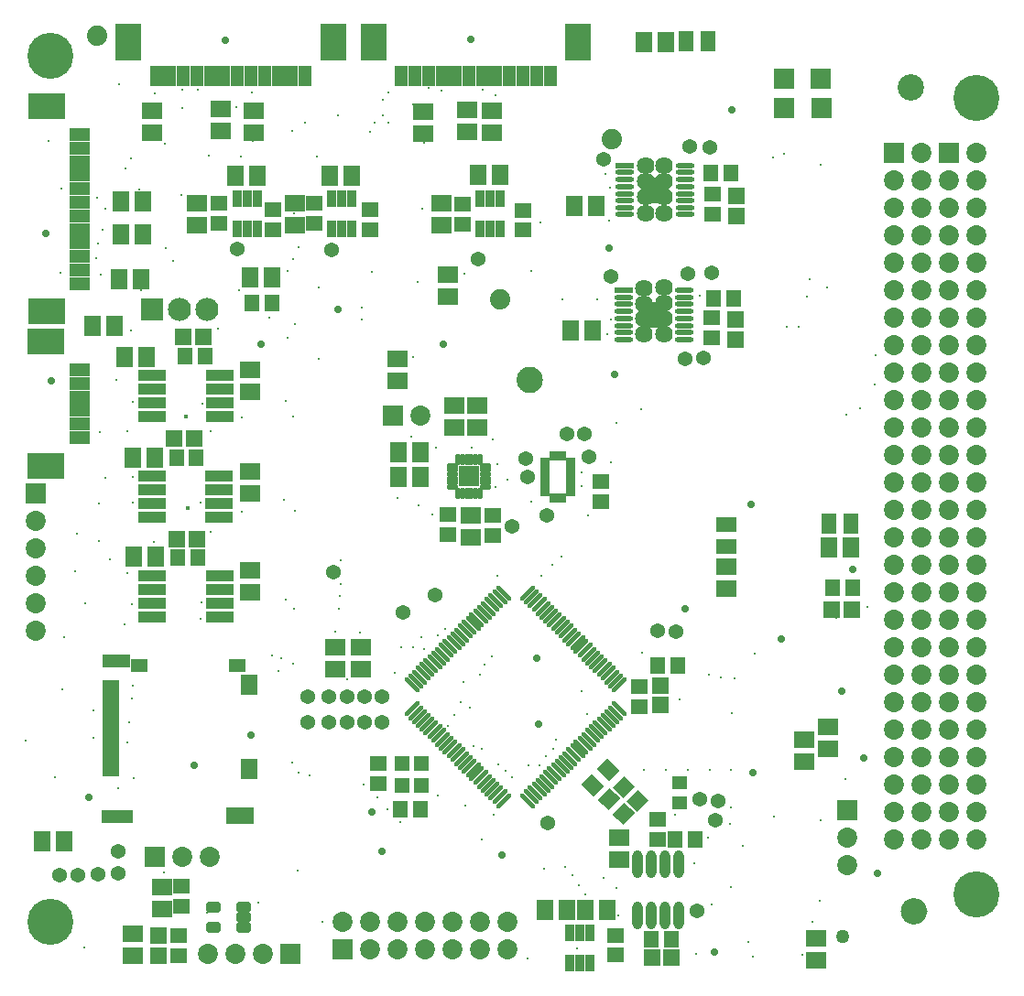
<source format=gts>
%FSTAX23Y23*%
%MOIN*%
%SFA1B1*%

%IPPOS*%
%AMD103*
4,1,4,-0.004200,0.041800,-0.041800,0.004200,0.004200,-0.041800,0.041800,-0.004200,-0.004200,0.041800,0.0*
%
%AMD104*
4,1,4,-0.041100,-0.002800,-0.001400,-0.041200,0.041100,0.002800,0.001400,0.041200,-0.041100,-0.002800,0.0*
%
%AMD105*
4,1,4,-0.041200,-0.002100,-0.002100,-0.041200,0.041200,0.002100,0.002100,0.041200,-0.041200,-0.002100,0.0*
%
%AMD117*
4,1,4,0.014600,-0.025700,0.025700,-0.014600,-0.014600,0.025700,-0.025700,0.014600,0.014600,-0.025700,0.0*
1,1,0.015810,0.020200,-0.020200*
1,1,0.015810,-0.020200,0.020200*
%
%AMD118*
4,1,4,-0.025700,-0.014600,-0.014600,-0.025700,0.025700,0.014600,0.014600,0.025700,-0.025700,-0.014600,0.0*
1,1,0.015810,-0.020200,-0.020200*
1,1,0.015810,0.020200,0.020200*
%
%AMD119*
4,1,8,0.026700,-0.009800,0.026700,0.009800,0.017700,0.018800,-0.017700,0.018800,-0.026700,0.009800,-0.026700,-0.009800,-0.017700,-0.018800,0.017700,-0.018800,0.026700,-0.009800,0.0*
1,1,0.018020,0.017700,-0.009800*
1,1,0.018020,0.017700,0.009800*
1,1,0.018020,-0.017700,0.009800*
1,1,0.018020,-0.017700,-0.009800*
%
%ADD11C,0.010000*%
%ADD63C,0.050000*%
%ADD84C,0.046000*%
%ADD85R,0.061240X0.074000*%
%ADD86R,0.061240X0.055340*%
%ADD87R,0.034000X0.064000*%
%ADD88R,0.074000X0.074000*%
%ADD89R,0.076990X0.045500*%
%ADD90R,0.132110X0.092740*%
%ADD91R,0.062820X0.045500*%
%ADD92R,0.061240X0.045500*%
%ADD93R,0.100610X0.059280*%
%ADD94R,0.059280X0.073060*%
%ADD95R,0.100610X0.051400*%
%ADD96R,0.112430X0.051400*%
%ADD97R,0.054000X0.074000*%
%ADD98R,0.055340X0.061240*%
%ADD99R,0.061240X0.061240*%
%ADD100R,0.074000X0.054000*%
%ADD101R,0.074000X0.061240*%
%ADD102R,0.061240X0.061240*%
G04~CAMADD=103~9~0.0~0.0~533.7~651.8~0.0~0.0~0~0.0~0.0~0.0~0.0~0~0.0~0.0~0.0~0.0~0~0.0~0.0~0.0~45.0~836.0~835.0*
%ADD103D103*%
G04~CAMADD=104~9~0.0~0.0~553.4~612.4~0.0~0.0~0~0.0~0.0~0.0~0.0~0~0.0~0.0~0.0~0.0~0~0.0~0.0~0.0~136.0~822.0~823.0*
%ADD104D104*%
G04~CAMADD=105~9~0.0~0.0~553.4~612.4~0.0~0.0~0~0.0~0.0~0.0~0.0~0~0.0~0.0~0.0~0.0~0~0.0~0.0~0.0~135.0~824.0~823.0*
%ADD105D105*%
%ADD106O,0.037620X0.100610*%
%ADD107R,0.055340X0.045500*%
%ADD108R,0.033690X0.023840*%
%ADD109R,0.023840X0.033690*%
%ADD110R,0.053370X0.053370*%
%ADD111R,0.045500X0.076990*%
%ADD112R,0.092740X0.132110*%
%ADD113R,0.100610X0.041560*%
%ADD114R,0.102360X0.096460*%
%ADD115O,0.068500X0.019290*%
%ADD116R,0.068500X0.019290*%
G04~CAMADD=117~3~0.0~0.0~158.1~729.0~0.0~0.0~0~0.0~0.0~0.0~0.0~0~0.0~0.0~0.0~0.0~0~0.0~0.0~0.0~225.0~560.0~560.0*
%ADD117D117*%
G04~CAMADD=118~3~0.0~0.0~158.1~729.0~0.0~0.0~0~0.0~0.0~0.0~0.0~0~0.0~0.0~0.0~0.0~0~0.0~0.0~0.0~135.0~560.0~560.0*
%ADD118D118*%
G04~CAMADD=119~8~0.0~0.0~376.2~533.7~90.1~0.0~15~0.0~0.0~0.0~0.0~0~0.0~0.0~0.0~0.0~0~0.0~0.0~0.0~270.0~534.0~376.0*
%ADD119D119*%
%ADD120O,0.021870X0.041560*%
%ADD121O,0.041560X0.021870*%
%ADD122C,0.054000*%
%ADD123C,0.074000*%
%ADD124C,0.167540*%
%ADD125C,0.073060*%
%ADD126R,0.073060X0.073060*%
%ADD127R,0.073060X0.073060*%
%ADD128C,0.084000*%
%ADD129R,0.084000X0.084000*%
%ADD130C,0.010000*%
%ADD131C,0.028000*%
%ADD132C,0.064000*%
%ADD133C,0.015000*%
%LNpcb_obdh-1*%
%LPD*%
G36*
X04302Y05003D02*
X04226D01*
Y05074*
X04302*
Y05003*
G37*
G36*
X05915Y03483D02*
X05926Y03454D01*
X05915Y03423*
X05883Y03411*
X05852Y03423*
X0584Y03454*
X05852Y03485*
X05883Y03497*
X05915Y03483*
G37*
G36*
X05904Y06483D02*
X05915Y06454D01*
X05904Y06423*
X05872Y06411*
X05841Y06423*
X05829Y06454*
X05841Y06485*
X05872Y06497*
X05904Y06483*
G37*
G36*
X04517Y05418D02*
X04528Y05389D01*
X04517Y05358*
X04485Y05346*
X04454Y05358*
X04442Y05389*
X04454Y0542*
X04485Y05432*
X04517Y05418*
G37*
G54D11*
X05915Y06454D02*
D01*
D01*
G75*
G03X05829I-00043J0D01*
G74*G01*
D01*
G75*
G03X05915I00043J0D01*
G74*G01*
X05926Y03454D02*
D01*
D01*
G75*
G03X0584I-00043J0D01*
G74*G01*
D01*
G75*
G03X05926I00043J0D01*
G74*G01*
X04528Y05389D02*
D01*
D01*
G75*
G03X04442I-00043J0D01*
G74*G01*
D01*
G75*
G03X04528I00043J0D01*
G74*G01*
G54D63*
X05624Y03362D03*
G54D84*
X05872Y06454D03*
X05883Y03454D03*
X04485Y05389D03*
G54D85*
X04541Y03458D03*
X04621D03*
X04688Y03459D03*
X04768D03*
X02709Y03709D03*
X02789D03*
X05574Y04778D03*
X05654D03*
X04715Y0557D03*
X04635D03*
X04726Y06022D03*
X04646D03*
X04008Y05034D03*
X04088D03*
X04297Y06134D03*
X04377D03*
X04008Y05126D03*
X04088D03*
X03758Y06133D03*
X03838D03*
X03413Y06132D03*
X03493D03*
X03077Y0604D03*
X02997D03*
Y05919D03*
X03077D03*
X03071Y05757D03*
X02991D03*
X02895Y05585D03*
X02975D03*
X049Y0662D03*
X0498D03*
X03467Y05762D03*
X03547D03*
X03044Y04746D03*
X03124D03*
X03042Y05106D03*
X03122D03*
X03009Y05472D03*
X03089D03*
G54D86*
X04798Y03367D03*
Y03294D03*
X05148Y05614D03*
Y05541D03*
X05151Y06065D03*
Y05992D03*
X04883Y04199D03*
Y04271D03*
X0495Y03715D03*
Y03788D03*
X04242Y0603D03*
Y05957D03*
X03218Y03546D03*
Y03473D03*
X04188Y04899D03*
Y04826D03*
X03701Y06032D03*
Y05959D03*
X03934Y03991D03*
Y03919D03*
X03354Y06032D03*
Y05959D03*
X0435Y04895D03*
Y04822D03*
X03207Y03365D03*
Y03292D03*
X04745Y04946D03*
Y05019D03*
X04459Y05934D03*
Y06007D03*
X03905Y05936D03*
Y06008D03*
X03552Y05936D03*
Y06009D03*
G54D87*
X04668Y03264D03*
X0463Y03374D03*
X04705D03*
X04668D03*
X04705Y03264D03*
X0463D03*
X0342Y05939D03*
X03495D03*
X03457Y06049D03*
X03495D03*
X0342D03*
X03457Y05939D03*
X03763D03*
X03838D03*
X03801Y06049D03*
X03838D03*
X03763D03*
X03801Y05939D03*
X04303Y0594D03*
X04378D03*
X04341Y0605D03*
X04378D03*
X04303D03*
X04341Y0594D03*
G54D88*
X05545Y06486D03*
X0541D03*
X05547Y0638D03*
X05412D03*
G54D89*
X02848Y05789D03*
Y0574D03*
Y06232D03*
Y06134D03*
Y06035D03*
Y05937D03*
Y05838D03*
Y06281D03*
Y06183D03*
Y06085D03*
Y05986D03*
Y05888D03*
X02846Y05229D03*
Y05327D03*
Y05426D03*
Y0518D03*
Y05278D03*
Y05377D03*
G54D90*
X02726Y05638D03*
Y06384D03*
X02724Y05528D03*
Y05077D03*
G54D91*
X03064Y04349D03*
X02961Y04142D03*
Y04186D03*
Y04229D03*
Y04272D03*
Y04099D03*
Y04056D03*
Y04012D03*
Y03969D03*
G54D92*
X03419Y04349D03*
G54D93*
X03432Y03802D03*
G54D94*
X03463Y04278D03*
Y03971D03*
G54D95*
X0298Y04364D03*
G54D96*
X02985Y03798D03*
G54D97*
X05573Y04866D03*
X05653D03*
X05133Y06621D03*
X05053D03*
G54D98*
X05588Y04631D03*
X05661D03*
X05145Y06142D03*
X05218D03*
X05025Y04348D03*
X04952D03*
X05015Y03715D03*
X05088D03*
X04926Y03351D03*
X04999D03*
X03276Y04742D03*
X03203D03*
X03304Y05477D03*
X03231D03*
X03272Y05105D03*
X03199D03*
X04087Y03827D03*
X04015D03*
X03546Y05668D03*
X03473D03*
X05154Y05687D03*
X05226D03*
G54D99*
X05658Y04551D03*
X05585D03*
X05002Y03285D03*
X04929D03*
X03192Y05174D03*
X03265D03*
X032Y04808D03*
X03274D03*
X03223Y05545D03*
X03296D03*
G54D100*
X05201Y04861D03*
Y04781D03*
G54D101*
X05201Y04709D03*
Y04629D03*
X0557Y04047D03*
Y04127D03*
X05484Y04D03*
Y0408D03*
X04811Y03641D03*
Y03721D03*
X05526Y03356D03*
Y03276D03*
X03148Y03463D03*
Y03543D03*
X03466Y05426D03*
Y05346D03*
Y04695D03*
Y04615D03*
Y05055D03*
Y04975D03*
X0336Y06376D03*
Y06296D03*
X04271Y04817D03*
Y04897D03*
X04258Y06371D03*
Y06291D03*
X04165Y06032D03*
Y05952D03*
X0363Y06031D03*
Y05951D03*
X03274Y06031D03*
Y05951D03*
X03109Y0629D03*
Y0637D03*
X03481Y0629D03*
Y0637D03*
X04098Y06287D03*
Y06367D03*
X04347Y0629D03*
Y0637D03*
X04186Y05693D03*
Y05773D03*
X04003Y05465D03*
Y05385D03*
X03777Y04334D03*
Y04414D03*
X0387Y04337D03*
Y04417D03*
X03042Y03292D03*
Y03372D03*
X04295Y05295D03*
Y05215D03*
X04209Y05296D03*
Y05216D03*
G54D102*
X05234Y05535D03*
Y05608D03*
X04959Y04277D03*
Y04204D03*
X05237Y05986D03*
Y06059D03*
X03135Y03293D03*
Y03366D03*
G54D103*
X04771Y03968D03*
X04715Y03912D03*
G54D104*
X04827Y0381D03*
X04774Y03861D03*
G54D105*
X04878Y03855D03*
X04827Y03907D03*
G54D106*
X04876Y03438D03*
X04926D03*
X04976D03*
X05026D03*
X04876Y03627D03*
X04926D03*
X04976D03*
X05026D03*
G54D107*
X0503Y03922D03*
Y03849D03*
G54D108*
X04635Y05016D03*
Y04996D03*
Y05075D03*
Y05055D03*
Y05035D03*
Y05094D03*
Y04976D03*
X0454D03*
Y05094D03*
Y05035D03*
Y05055D03*
Y05075D03*
Y04996D03*
Y05016D03*
G54D109*
X04587Y05112D03*
X04568D03*
X04607D03*
Y04958D03*
X04568D03*
X04587D03*
G54D110*
X04022Y03913D03*
X04089Y03992D03*
Y03913D03*
X0402Y03992D03*
G54D111*
X03175Y06497D03*
X03126D03*
X03618D03*
X0352D03*
X03421D03*
X03323D03*
X03224D03*
X03667D03*
X03569D03*
X0347D03*
X03372D03*
X03274D03*
X04067D03*
X04018D03*
X0451D03*
X04412D03*
X04313D03*
X04215D03*
X04116D03*
X04559D03*
X04461D03*
X04362D03*
X04264D03*
X04166D03*
G54D112*
X03024Y06619D03*
X0377D03*
X03916D03*
X04662D03*
G54D113*
X03354Y04888D03*
Y04938D03*
Y04988D03*
Y05038D03*
X0311Y04888D03*
Y04938D03*
Y04988D03*
Y05038D03*
X03356Y05257D03*
Y05307D03*
Y05357D03*
Y05407D03*
X03111Y05257D03*
Y05307D03*
Y05357D03*
Y05407D03*
X03356Y04525D03*
Y04575D03*
Y04625D03*
Y04675D03*
X03111Y04525D03*
Y04575D03*
Y04625D03*
Y04675D03*
G54D114*
X0494Y0608D03*
X04937Y05625D03*
G54D115*
X05051Y05991D03*
Y06016D03*
Y06042D03*
Y06067D03*
Y06093D03*
Y06119D03*
Y06144D03*
Y0617D03*
X0483Y05991D03*
Y06016D03*
Y06042D03*
Y06067D03*
Y06093D03*
Y06119D03*
Y06144D03*
X05048Y05536D03*
Y05562D03*
Y05587D03*
Y05613D03*
Y05638D03*
Y05664D03*
Y05689D03*
Y05715D03*
X04827Y05536D03*
Y05562D03*
Y05587D03*
Y05613D03*
Y05638D03*
Y05664D03*
Y05689D03*
G54D116*
X0483Y0617D03*
X04827Y05715D03*
G54D117*
X04478Y03857D03*
X04492Y03871D03*
X04505Y03885D03*
X04519Y03899D03*
X04533Y03913D03*
X04547Y03927D03*
X04561Y03941D03*
X04575Y03954D03*
X04589Y03968D03*
X04603Y03982D03*
X04617Y03996D03*
X04631Y0401D03*
X04645Y04024D03*
X04659Y04038D03*
X04672Y04052D03*
X04686Y04066D03*
X047Y0408D03*
X04714Y04094D03*
X04728Y04108D03*
X04742Y04121D03*
X04756Y04135D03*
X0477Y04149D03*
X04784Y04163D03*
X04798Y04177D03*
X04812Y04191D03*
X0439Y04613D03*
X04376Y04599D03*
X04362Y04585D03*
X04348Y04571D03*
X04334Y04557D03*
X0432Y04543D03*
X04306Y04529D03*
X04292Y04515D03*
X04279Y04501D03*
X04265Y04488D03*
X04251Y04474D03*
X04237Y0446D03*
X04223Y04446D03*
X04209Y04432D03*
X04195Y04418D03*
X04181Y04404D03*
X04167Y0439D03*
X04153Y04376D03*
X04139Y04362D03*
X04125Y04348D03*
X04112Y04334D03*
X04098Y04321D03*
X04084Y04307D03*
X0407Y04293D03*
X04056Y04279D03*
G54D118*
X04812Y04279D03*
X04798Y04293D03*
X04784Y04307D03*
X0477Y04321D03*
X04756Y04334D03*
X04742Y04348D03*
X04728Y04362D03*
X04714Y04376D03*
X047Y0439D03*
X04686Y04404D03*
X04672Y04418D03*
X04659Y04432D03*
X04645Y04446D03*
X04631Y0446D03*
X04617Y04474D03*
X04603Y04488D03*
X04589Y04501D03*
X04575Y04515D03*
X04561Y04529D03*
X04547Y04543D03*
X04533Y04557D03*
X04519Y04571D03*
X04505Y04585D03*
X04492Y04599D03*
X04478Y04613D03*
X04056Y04191D03*
X0407Y04177D03*
X04084Y04163D03*
X04098Y04149D03*
X04112Y04135D03*
X04125Y04121D03*
X04139Y04108D03*
X04153Y04094D03*
X04167Y0408D03*
X04181Y04066D03*
X04195Y04052D03*
X04209Y04038D03*
X04223Y04024D03*
X04237Y0401D03*
X04251Y03996D03*
X04265Y03982D03*
X04279Y03968D03*
X04292Y03954D03*
X04306Y03941D03*
X0432Y03927D03*
X04334Y03913D03*
X04348Y03899D03*
X04362Y03885D03*
X04376Y03871D03*
X0439Y03857D03*
G54D119*
X03443Y03396D03*
Y03433D03*
Y0347D03*
X03335D03*
Y03396D03*
G54D120*
X04225Y05099D03*
X0424D03*
X04256D03*
X04272D03*
X04288D03*
X04303D03*
Y04977D03*
X04288D03*
X04272D03*
X04256D03*
X0424D03*
X04225D03*
G54D121*
X04325Y05077D03*
Y05062D03*
Y05046D03*
Y0503D03*
Y05014D03*
Y04999D03*
X04203D03*
Y05014D03*
Y0503D03*
Y05046D03*
Y05062D03*
Y05077D03*
G54D122*
X0455Y03777D03*
X05094Y03456D03*
X05117Y0547D03*
X0505Y05464D03*
X04753Y06192D03*
X02774Y03587D03*
X02842Y03587D03*
X02986Y03592D03*
X04548Y04894D03*
X02914Y0359D03*
X02987Y03671D03*
X03883Y04235D03*
X04477Y05035D03*
X04472Y05102D03*
X0516Y03786D03*
X05146Y0578D03*
X04298Y05828D03*
X03763Y05861D03*
X0514Y06237D03*
X04779Y05764D03*
X05062Y05777D03*
X03422Y05866D03*
X05066Y06239D03*
X03677Y04143D03*
X03754D03*
X03677Y04237D03*
X03755D03*
X03819Y04143D03*
X03883D03*
X03947D03*
X03819Y04237D03*
X03947D03*
X05172Y03855D03*
X05103Y03861D03*
X05018Y04471D03*
X04952Y04474D03*
X04025Y04542D03*
X0414Y04607D03*
X0442Y04857D03*
X0462Y05193D03*
X04685Y05192D03*
X04702Y05109D03*
X03772Y04688D03*
G54D123*
X04377Y05683D03*
X02911Y06642D03*
X04783Y06266D03*
G54D124*
X02739Y06568D03*
X06112Y06417D03*
X02739Y03417D03*
X06112Y03516D03*
G54D125*
X05639Y03623D03*
Y03723D03*
X04087Y05259D03*
X03322Y03651D03*
X03222D03*
X02688Y04875D03*
Y04775D03*
Y04675D03*
Y04575D03*
Y04475D03*
X06111Y03815D03*
X06011D03*
X06111Y03915D03*
X06011D03*
X06111Y04015D03*
X06011D03*
X06111Y04115D03*
X06011D03*
X06111Y04215D03*
X06011D03*
X06111Y04315D03*
X06011D03*
X06111Y04415D03*
X06011D03*
X06111Y04515D03*
X06011D03*
X06111Y04615D03*
X06011D03*
X06111Y04715D03*
X06011D03*
X06111Y04815D03*
X06011D03*
X06111Y04915D03*
X06011D03*
X06111Y05015D03*
X06011D03*
X06111Y05115D03*
X06011D03*
X06111Y05215D03*
X06011D03*
X06111Y05315D03*
X06011D03*
X06111Y05415D03*
X06011Y05414D03*
X06111Y05515D03*
X06011D03*
X06111Y05615D03*
X06011D03*
X06111Y05715D03*
X06011D03*
X06111Y05815D03*
X06011D03*
X06111Y05915D03*
X06011D03*
X06111Y06015D03*
X06011D03*
X06111Y06115D03*
X06011D03*
X06111Y06215D03*
X06011Y03715D03*
X06111D03*
X05911D03*
X05811D03*
X05911Y06215D03*
X05811Y06115D03*
X05911D03*
X05811Y06015D03*
X05911D03*
X05811Y05915D03*
X05911D03*
X05811Y05815D03*
X05911D03*
X05811Y05715D03*
X05911D03*
X05811Y05615D03*
X05911D03*
X05811Y05515D03*
X05911D03*
X05811Y05414D03*
X05911Y05415D03*
X05811Y05315D03*
X05911D03*
X05811Y05215D03*
X05911D03*
X05811Y05115D03*
X05911D03*
X05811Y05015D03*
X05911D03*
X05811Y04915D03*
X05911D03*
X05811Y04815D03*
X05911D03*
X05811Y04715D03*
X05911D03*
X05811Y04615D03*
X05911D03*
X05811Y04515D03*
X05911D03*
X05811Y04415D03*
X05911D03*
X05811Y04315D03*
X05911D03*
X05811Y04215D03*
X05911D03*
X05811Y04115D03*
X05911D03*
X05811Y04015D03*
X05911D03*
X05811Y03915D03*
X05911D03*
X05811Y03815D03*
X05911D03*
X03514Y03299D03*
X03414D03*
X03314D03*
X04405Y03415D03*
Y03315D03*
X04305Y03415D03*
Y03315D03*
X04205Y03415D03*
Y03315D03*
X04105Y03415D03*
Y03315D03*
X04005Y03415D03*
Y03315D03*
X03905Y03415D03*
Y03315D03*
X03805Y03415D03*
G54D126*
X05639Y03823D03*
X02688Y04975D03*
X06011Y06215D03*
X05811D03*
G54D127*
X03987Y05259D03*
X03122Y03651D03*
X03614Y03299D03*
X03805Y03315D03*
G54D128*
X03312Y05646D03*
X03212D03*
G54D129*
X03112Y05646D03*
G54D130*
X04754Y03575D03*
X04807Y03438D03*
X04658Y03318D03*
X04537Y03608D03*
X04614Y03615D03*
X05084Y0363D03*
X0293Y05935D03*
X02863Y03323D03*
X05296Y0329D03*
X05514Y03415D03*
X0554Y03491D03*
X05543Y03787D03*
X0526Y03691D03*
X05148Y0348D03*
X05213Y03772D03*
X05217Y03542D03*
X048Y03539D03*
X05478Y03294D03*
X046Y04744D03*
X03435Y06203D03*
X03786Y06352D03*
X03709Y06203D03*
X03316Y06205D03*
X03932Y03868D03*
X04079Y04931D03*
X04053Y05183D03*
X03729Y03415D03*
X04902Y0397D03*
X05218D03*
X0506D03*
X05139D03*
X04981D03*
X02988Y03902D03*
X03045Y03938D03*
X02757Y03942D03*
X03026Y04142D03*
X02896Y04086D03*
X03038Y04228D03*
X02785Y04262D03*
X03039Y04276D03*
X05014Y03805D03*
X04312Y04044D03*
X02789Y04452D03*
X04566Y04714D03*
X04368Y04675D03*
X04526Y04676D03*
X05714Y04561D03*
X03309Y03448D03*
X05217Y03831D03*
X05135Y03721D03*
X05279Y03342D03*
X05375Y038D03*
X05091Y033D03*
X04372Y03988D03*
X05029Y04227D03*
X0364Y03602D03*
X03822Y04299D03*
X0428Y04055D03*
X04151Y0446D03*
X04178Y04483D03*
X04348Y04381D03*
X04319Y04351D03*
X04673Y04257D03*
X03153Y03597D03*
X05422Y05581D03*
X05372Y06198D03*
X05412Y06213D03*
X04774Y0597D03*
X04524Y05961D03*
X04892Y05283D03*
X04604Y05683D03*
X04778Y06088D03*
X04762Y0614D03*
X04767Y05555D03*
X0478Y05608D03*
X04731Y05681D03*
X048Y05231D03*
X03288Y0452D03*
X04314Y06446D03*
X03187Y05823D03*
X03221Y06445D03*
X02992Y06467D03*
X03041Y0531D03*
X02866Y04575D03*
X03037Y04573D03*
X03497Y03487D03*
X0301Y04499D03*
X04359Y06426D03*
X03122Y06432D03*
X03473Y06437D03*
X03625Y05828D03*
X03644Y05873D03*
X03866Y04469D03*
X03793Y04602D03*
X03796Y04644D03*
X03796Y04732D03*
X03645Y03959D03*
X03622Y03995D03*
X03623Y04357D03*
X03581Y04375D03*
X0357Y04329D03*
X04396Y03966D03*
X04421Y03941D03*
X04694Y04171D03*
X05221Y04174D03*
X05103Y05697D03*
X05566Y05724D03*
X05545Y06172D03*
X05503Y05754D03*
X05495Y05691D03*
X05463Y05583D03*
X04304Y04314D03*
X04243Y0429D03*
X03993Y04323D03*
X04018Y04414D03*
X041Y04409D03*
X0406Y04414D03*
X04234Y04216D03*
X04266Y04194D03*
X04211Y04168D03*
X04309Y03716D03*
X0452Y03987D03*
X04481Y03986D03*
X04355Y03807D03*
X0464Y03585D03*
X04664Y0355D03*
X04688Y03514D03*
X0294Y05033D03*
X02917Y04938D03*
X02918Y04803D03*
X04091Y04453D03*
X03548Y04387D03*
X03776Y04472D03*
X03792Y04556D03*
X03159Y05868D03*
X02914Y05887D03*
X03685Y0395D03*
X0291Y06051D03*
X02924Y05772D03*
X02942Y06011D03*
X03293Y05302D03*
X03538Y05616D03*
X04351Y05171D03*
X04275Y05142D03*
X04144Y05141D03*
X0449Y04947D03*
X04003Y0496D03*
X0413Y04898D03*
X03718Y05724D03*
X02776Y0578D03*
X0307Y05715D03*
X03065Y06083D03*
X03015Y06159D03*
X03035Y06196D03*
X02733Y06259D03*
X03158Y06248D03*
X03216Y06063D03*
X03478Y06259D03*
X04346Y06261D03*
X03426Y05716D03*
X03603Y05786D03*
X03019Y04687D03*
X04187Y04129D03*
X05633Y03935D03*
X04544Y0402D03*
X04571Y04047D03*
X0458Y04079D03*
X04249Y0384D03*
X04149Y03875D03*
X04112Y04016D03*
X03966Y03824D03*
X04015Y03778D03*
X0388Y03916D03*
X0406Y05472D03*
X03716Y05464D03*
X04895Y04395D03*
X056Y04523D03*
X05232Y04302D03*
X05181Y04305D03*
X05138Y04317D03*
X05303Y04393D03*
X05744Y05478D03*
X0574Y05372D03*
X05688Y05287D03*
X05638Y05261D03*
X02908Y05831D03*
X03276Y06447D03*
X04117Y06452D03*
X04164Y06442D03*
X03288Y04943D03*
X03039Y05036D03*
Y04941D03*
X03289Y04578D03*
X0363Y05593D03*
X03603Y05542D03*
X03626Y04557D03*
X03596Y04588D03*
X03021Y0407D03*
X0359Y04952D03*
X03629Y04913D03*
X03437Y04908D03*
X03116Y04798D03*
X02982Y0539D03*
X03438Y05253D03*
X03597Y05311D03*
X03624Y05257D03*
X03323Y04837D03*
X03325Y05201D03*
X03352Y05574D03*
X03033Y05568D03*
X02956Y04735D03*
X02831Y04692D03*
X02836Y04828D03*
X0302Y05202D03*
X02919Y052D03*
X02898Y04187D03*
X04492Y05785D03*
X04246Y05775D03*
X04094Y06011D03*
X041Y06252D03*
X04059Y06391D03*
X0397Y06436D03*
X03952Y06409D03*
X03418Y06381D03*
X03222Y06379D03*
X03951Y06353D03*
X03969Y06325D03*
X03874Y05651D03*
X03874Y05608D03*
X03668Y06325D03*
X03619Y06294D03*
X04077Y05744D03*
X03922Y06325D03*
X03905Y06292D03*
X03911Y05781D03*
X03628Y05994D03*
X02779Y06087D03*
X04404Y05024D03*
X04367Y05082D03*
X04361Y04999D03*
X04696Y04894D03*
X04782Y05089D03*
X04674Y05051D03*
X04674Y05003D03*
X04249Y05046D03*
X04478Y03283D03*
X02651Y04075D03*
G54D131*
X05751Y03591D03*
X05156Y03305D03*
X04385Y03659D03*
X04774Y0587D03*
X05221Y06372D03*
X04793Y05408D03*
X04172Y05518D03*
X03376Y06627D03*
X0427Y06629D03*
X02724Y05922D03*
X02882Y03868D03*
X0347Y04097D03*
X03948Y03672D03*
X03909Y03815D03*
X04516Y04135D03*
X04509Y04375D03*
X05049Y04555D03*
X054Y04446D03*
X0529Y04934D03*
X05296Y03959D03*
X05622Y04257D03*
X02744Y05385D03*
X05659Y04698D03*
X03508Y05518D03*
X03265Y03984D03*
X03788Y05647D03*
X057Y04012D03*
G54D132*
X04902Y05557D03*
X04975Y06054D03*
Y05997D03*
X04908D03*
X04975Y06111D03*
Y06169D03*
X04908D03*
X04902Y05612D03*
X04973Y05612D03*
Y05557D03*
Y05668D03*
X04902Y05667D03*
X04973Y05724D03*
X04902Y05722D03*
X04908Y06111D03*
Y06054D03*
G54D133*
X03234Y05256D03*
X0324Y04922D03*
M02*
</source>
